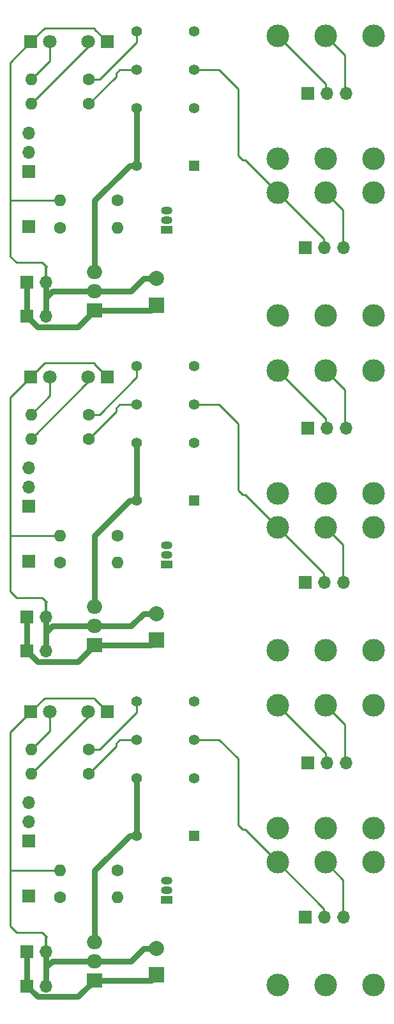
<source format=gbr>
%TF.GenerationSoftware,KiCad,Pcbnew,7.0.9*%
%TF.CreationDate,2024-06-08T14:56:11-04:00*%
%TF.ProjectId,IO-Panel,494f2d50-616e-4656-9c2e-6b696361645f,rev?*%
%TF.SameCoordinates,Original*%
%TF.FileFunction,Copper,L2,Bot*%
%TF.FilePolarity,Positive*%
%FSLAX46Y46*%
G04 Gerber Fmt 4.6, Leading zero omitted, Abs format (unit mm)*
G04 Created by KiCad (PCBNEW 7.0.9) date 2024-06-08 14:56:11*
%MOMM*%
%LPD*%
G01*
G04 APERTURE LIST*
%TA.AperFunction,ComponentPad*%
%ADD10O,1.700000X1.700000*%
%TD*%
%TA.AperFunction,ComponentPad*%
%ADD11R,1.700000X1.700000*%
%TD*%
%TA.AperFunction,ComponentPad*%
%ADD12O,1.600000X1.600000*%
%TD*%
%TA.AperFunction,ComponentPad*%
%ADD13C,1.600000*%
%TD*%
%TA.AperFunction,ComponentPad*%
%ADD14C,1.800000*%
%TD*%
%TA.AperFunction,ComponentPad*%
%ADD15R,1.800000X1.800000*%
%TD*%
%TA.AperFunction,ComponentPad*%
%ADD16C,3.000000*%
%TD*%
%TA.AperFunction,ComponentPad*%
%ADD17O,2.000000X1.905000*%
%TD*%
%TA.AperFunction,ComponentPad*%
%ADD18R,2.000000X1.905000*%
%TD*%
%TA.AperFunction,ComponentPad*%
%ADD19C,1.400000*%
%TD*%
%TA.AperFunction,ComponentPad*%
%ADD20R,1.400000X1.400000*%
%TD*%
%TA.AperFunction,ComponentPad*%
%ADD21O,1.500000X1.050000*%
%TD*%
%TA.AperFunction,ComponentPad*%
%ADD22R,1.500000X1.050000*%
%TD*%
%TA.AperFunction,ComponentPad*%
%ADD23C,2.000000*%
%TD*%
%TA.AperFunction,ComponentPad*%
%ADD24R,2.000000X2.000000*%
%TD*%
%TA.AperFunction,Conductor*%
%ADD25C,0.250000*%
%TD*%
%TA.AperFunction,Conductor*%
%ADD26C,0.750000*%
%TD*%
%TA.AperFunction,Conductor*%
%ADD27C,0.300000*%
%TD*%
G04 APERTURE END LIST*
D10*
%TO.P,Out3,3,Pin_3*%
%TO.N,Board_2-Net-(Out3-Pin_3)*%
X167517500Y-118600000D03*
%TO.P,Out3,2,Pin_2*%
%TO.N,Board_2-Net-(Out3-Pin_2)*%
X164977500Y-118600000D03*
D11*
%TO.P,Out3,1,Pin_1*%
%TO.N,Board_2-/Signal_Gnd*%
X162437500Y-118600000D03*
%TD*%
D10*
%TO.P,Out2,3,Pin_3*%
%TO.N,Board_2-Net-(Out2-Pin_3)*%
X167177500Y-139000000D03*
%TO.P,Out2,2,Pin_2*%
%TO.N,Board_2-/A*%
X164637500Y-139000000D03*
D11*
%TO.P,Out2,1,Pin_1*%
%TO.N,Board_2-/Signal_Gnd*%
X162097500Y-139000000D03*
%TD*%
D10*
%TO.P,Out3,3,Pin_3*%
%TO.N,Board_1-Net-(Out3-Pin_3)*%
X167517500Y-74300000D03*
%TO.P,Out3,2,Pin_2*%
%TO.N,Board_1-Net-(Out3-Pin_2)*%
X164977500Y-74300000D03*
D11*
%TO.P,Out3,1,Pin_1*%
%TO.N,Board_1-/Signal_Gnd*%
X162437500Y-74300000D03*
%TD*%
D10*
%TO.P,Out3,3,Pin_3*%
%TO.N,Board_0-Net-(Out3-Pin_3)*%
X167517500Y-30000000D03*
%TO.P,Out3,2,Pin_2*%
%TO.N,Board_0-Net-(Out3-Pin_2)*%
X164977500Y-30000000D03*
D11*
%TO.P,Out3,1,Pin_1*%
%TO.N,Board_0-/Signal_Gnd*%
X162437500Y-30000000D03*
%TD*%
D10*
%TO.P,Out2,3,Pin_3*%
%TO.N,Board_1-Net-(Out2-Pin_3)*%
X167177500Y-94700000D03*
%TO.P,Out2,2,Pin_2*%
%TO.N,Board_1-/A*%
X164637500Y-94700000D03*
D11*
%TO.P,Out2,1,Pin_1*%
%TO.N,Board_1-/Signal_Gnd*%
X162097500Y-94700000D03*
%TD*%
D10*
%TO.P,Out2,3,Pin_3*%
%TO.N,Board_0-Net-(Out2-Pin_3)*%
X167177500Y-50400000D03*
%TO.P,Out2,2,Pin_2*%
%TO.N,Board_0-/A*%
X164637500Y-50400000D03*
D11*
%TO.P,Out2,1,Pin_1*%
%TO.N,Board_0-/Signal_Gnd*%
X162097500Y-50400000D03*
%TD*%
D12*
%TO.P,RGate1,2*%
%TO.N,Board_0-Net-(QL1-G)*%
X137247500Y-47800000D03*
D13*
%TO.P,RGate1,1*%
%TO.N,Board_0-/Control*%
X129627500Y-47800000D03*
%TD*%
D12*
%TO.P,RLed1,2*%
%TO.N,Board_1-Net-(LEDB1-A)*%
X125827500Y-72500000D03*
D13*
%TO.P,RLed1,1*%
%TO.N,Board_1-Net-(Left/Mono1-Pad9)*%
X133447500Y-72500000D03*
%TD*%
D12*
%TO.P,RGate1,2*%
%TO.N,Board_1-Net-(QL1-G)*%
X137247500Y-92100000D03*
D13*
%TO.P,RGate1,1*%
%TO.N,Board_1-/Control*%
X129627500Y-92100000D03*
%TD*%
D10*
%TO.P,J2,2,Pin_2*%
%TO.N,Board_2-/Ctrl_GND*%
X127777500Y-148100000D03*
D11*
%TO.P,J2,1,Pin_1*%
%TO.N,Board_2-/9V*%
X125237500Y-148100000D03*
%TD*%
D10*
%TO.P,J2,2,Pin_2*%
%TO.N,Board_0-/Ctrl_GND*%
X127777500Y-59500000D03*
D11*
%TO.P,J2,1,Pin_1*%
%TO.N,Board_0-/9V*%
X125237500Y-59500000D03*
%TD*%
D14*
%TO.P,D2,2,A*%
%TO.N,Board_0-Net-(D2-A)*%
X133372500Y-23200000D03*
D15*
%TO.P,D2,1,K*%
%TO.N,Board_0-/Ctrl_GND*%
X135912500Y-23200000D03*
%TD*%
D12*
%TO.P,RLed2,2*%
%TO.N,Board_2-Net-(D2-A)*%
X125827500Y-120000000D03*
D13*
%TO.P,RLed2,1*%
%TO.N,Board_2-Net-(Left/Mono1-Pad11)*%
X133447500Y-120000000D03*
%TD*%
D16*
%TO.P,A1,R*%
%TO.N,Board_1-Net-(Out2-Pin_3)*%
X164862500Y-87435000D03*
%TO.P,A1,RN*%
%TO.N,Board_1-Net-(A1-PadRN)*%
X164862500Y-103665000D03*
%TO.P,A1,S*%
%TO.N,Board_1-/Signal_Gnd*%
X171212500Y-87435000D03*
%TO.P,A1,SN*%
%TO.N,Board_1-Net-(A1-PadRN)*%
X171212500Y-103665000D03*
%TO.P,A1,T*%
%TO.N,Board_1-/A*%
X158512500Y-87435000D03*
%TO.P,A1,TN*%
%TO.N,Board_1-Net-(A1-PadRN)*%
X158512500Y-103665000D03*
%TD*%
%TO.P,B1,TN*%
%TO.N,Board_1-Net-(B1-PadRN)*%
X158512500Y-82915000D03*
%TO.P,B1,T*%
%TO.N,Board_1-Net-(Out3-Pin_2)*%
X158512500Y-66685000D03*
%TO.P,B1,SN*%
%TO.N,Board_1-Net-(B1-PadRN)*%
X171212500Y-82915000D03*
%TO.P,B1,S*%
%TO.N,Board_1-/Signal_Gnd*%
X171212500Y-66685000D03*
%TO.P,B1,RN*%
%TO.N,Board_1-Net-(B1-PadRN)*%
X164862500Y-82915000D03*
%TO.P,B1,R*%
%TO.N,Board_1-Net-(Out3-Pin_3)*%
X164862500Y-66685000D03*
%TD*%
D17*
%TO.P,U1,3,OUT*%
%TO.N,Board_0-/5V*%
X134182500Y-53660000D03*
%TO.P,U1,2,GND*%
%TO.N,Board_0-/Ctrl_GND*%
X134182500Y-56200000D03*
D18*
%TO.P,U1,1,IN*%
%TO.N,Board_0-/9V*%
X134182500Y-58740000D03*
%TD*%
D12*
%TO.P,RLed2,2*%
%TO.N,Board_1-Net-(D2-A)*%
X125827500Y-75700000D03*
D13*
%TO.P,RLed2,1*%
%TO.N,Board_1-Net-(Left/Mono1-Pad11)*%
X133447500Y-75700000D03*
%TD*%
D14*
%TO.P,D2,2,A*%
%TO.N,Board_2-Net-(D2-A)*%
X133372500Y-111800000D03*
D15*
%TO.P,D2,1,K*%
%TO.N,Board_2-/Ctrl_GND*%
X135912500Y-111800000D03*
%TD*%
D16*
%TO.P,B1,TN*%
%TO.N,Board_2-Net-(B1-PadRN)*%
X158512500Y-127215000D03*
%TO.P,B1,T*%
%TO.N,Board_2-Net-(Out3-Pin_2)*%
X158512500Y-110985000D03*
%TO.P,B1,SN*%
%TO.N,Board_2-Net-(B1-PadRN)*%
X171212500Y-127215000D03*
%TO.P,B1,S*%
%TO.N,Board_2-/Signal_Gnd*%
X171212500Y-110985000D03*
%TO.P,B1,RN*%
%TO.N,Board_2-Net-(B1-PadRN)*%
X164862500Y-127215000D03*
%TO.P,B1,R*%
%TO.N,Board_2-Net-(Out3-Pin_3)*%
X164862500Y-110985000D03*
%TD*%
D10*
%TO.P,Out1,3,Pin_3*%
%TO.N,Board_2-/L_out*%
X125437500Y-123845000D03*
%TO.P,Out1,2,Pin_2*%
X125437500Y-126385000D03*
D11*
%TO.P,Out1,1,Pin_1*%
%TO.N,Board_2-/Signal_Gnd*%
X125437500Y-128925000D03*
%TD*%
D16*
%TO.P,B1,TN*%
%TO.N,Board_0-Net-(B1-PadRN)*%
X158512500Y-38615000D03*
%TO.P,B1,T*%
%TO.N,Board_0-Net-(Out3-Pin_2)*%
X158512500Y-22385000D03*
%TO.P,B1,SN*%
%TO.N,Board_0-Net-(B1-PadRN)*%
X171212500Y-38615000D03*
%TO.P,B1,S*%
%TO.N,Board_0-/Signal_Gnd*%
X171212500Y-22385000D03*
%TO.P,B1,RN*%
%TO.N,Board_0-Net-(B1-PadRN)*%
X164862500Y-38615000D03*
%TO.P,B1,R*%
%TO.N,Board_0-Net-(Out3-Pin_3)*%
X164862500Y-22385000D03*
%TD*%
D10*
%TO.P,J3,2,Pin_2*%
%TO.N,Board_1-/Ctrl_GND*%
X127777500Y-99300000D03*
D11*
%TO.P,J3,1,Pin_1*%
%TO.N,Board_1-/9V*%
X125237500Y-99300000D03*
%TD*%
%TO.P,J1,1,Pin_1*%
%TO.N,Board_1-/Control*%
X125437500Y-91900000D03*
%TD*%
D12*
%TO.P,RPD1,2*%
%TO.N,Board_2-/Ctrl_GND*%
X129627500Y-132800000D03*
D13*
%TO.P,RPD1,1*%
%TO.N,Board_2-Net-(QL1-G)*%
X137247500Y-132800000D03*
%TD*%
D19*
%TO.P,Left/Mono1,16*%
%TO.N,Board_1-/5V*%
X139780000Y-83907500D03*
%TO.P,Left/Mono1,13*%
X139780000Y-76287500D03*
%TO.P,Left/Mono1,11*%
%TO.N,Board_1-Net-(Left/Mono1-Pad11)*%
X139780000Y-71207500D03*
%TO.P,Left/Mono1,9*%
%TO.N,Board_1-Net-(Left/Mono1-Pad9)*%
X139780000Y-66127500D03*
%TO.P,Left/Mono1,8*%
%TO.N,Board_1-/B*%
X147400000Y-66127500D03*
%TO.P,Left/Mono1,6*%
%TO.N,Board_1-/A*%
X147400000Y-71207500D03*
%TO.P,Left/Mono1,4*%
%TO.N,Board_1-/L_out*%
X147400000Y-76287500D03*
D20*
%TO.P,Left/Mono1,1*%
%TO.N,Board_1-Net-(QL1-D)*%
X147400000Y-83907500D03*
%TD*%
D10*
%TO.P,J3,2,Pin_2*%
%TO.N,Board_2-/Ctrl_GND*%
X127777500Y-143600000D03*
D11*
%TO.P,J3,1,Pin_1*%
%TO.N,Board_2-/9V*%
X125237500Y-143600000D03*
%TD*%
D10*
%TO.P,Out1,3,Pin_3*%
%TO.N,Board_1-/L_out*%
X125437500Y-79545000D03*
%TO.P,Out1,2,Pin_2*%
X125437500Y-82085000D03*
D11*
%TO.P,Out1,1,Pin_1*%
%TO.N,Board_1-/Signal_Gnd*%
X125437500Y-84625000D03*
%TD*%
D21*
%TO.P,QL1,3,D*%
%TO.N,Board_2-Net-(QL1-D)*%
X143797500Y-134130000D03*
%TO.P,QL1,2,G*%
%TO.N,Board_2-Net-(QL1-G)*%
X143797500Y-135400000D03*
D22*
%TO.P,QL1,1,S*%
%TO.N,Board_2-/Ctrl_GND*%
X143797500Y-136670000D03*
%TD*%
D12*
%TO.P,RGate1,2*%
%TO.N,Board_2-Net-(QL1-G)*%
X137247500Y-136400000D03*
D13*
%TO.P,RGate1,1*%
%TO.N,Board_2-/Control*%
X129627500Y-136400000D03*
%TD*%
D16*
%TO.P,A1,TN*%
%TO.N,Board_0-Net-(A1-PadRN)*%
X158512500Y-59365000D03*
%TO.P,A1,T*%
%TO.N,Board_0-/A*%
X158512500Y-43135000D03*
%TO.P,A1,SN*%
%TO.N,Board_0-Net-(A1-PadRN)*%
X171212500Y-59365000D03*
%TO.P,A1,S*%
%TO.N,Board_0-/Signal_Gnd*%
X171212500Y-43135000D03*
%TO.P,A1,RN*%
%TO.N,Board_0-Net-(A1-PadRN)*%
X164862500Y-59365000D03*
%TO.P,A1,R*%
%TO.N,Board_0-Net-(Out2-Pin_3)*%
X164862500Y-43135000D03*
%TD*%
D17*
%TO.P,U1,3,OUT*%
%TO.N,Board_2-/5V*%
X134182500Y-142260000D03*
%TO.P,U1,2,GND*%
%TO.N,Board_2-/Ctrl_GND*%
X134182500Y-144800000D03*
D18*
%TO.P,U1,1,IN*%
%TO.N,Board_2-/9V*%
X134182500Y-147340000D03*
%TD*%
D12*
%TO.P,RPD1,2*%
%TO.N,Board_0-/Ctrl_GND*%
X129627500Y-44200000D03*
D13*
%TO.P,RPD1,1*%
%TO.N,Board_0-Net-(QL1-G)*%
X137247500Y-44200000D03*
%TD*%
D17*
%TO.P,U1,3,OUT*%
%TO.N,Board_1-/5V*%
X134182500Y-97960000D03*
%TO.P,U1,2,GND*%
%TO.N,Board_1-/Ctrl_GND*%
X134182500Y-100500000D03*
D18*
%TO.P,U1,1,IN*%
%TO.N,Board_1-/9V*%
X134182500Y-103040000D03*
%TD*%
D12*
%TO.P,RLed2,2*%
%TO.N,Board_0-Net-(D2-A)*%
X125827500Y-31400000D03*
D13*
%TO.P,RLed2,1*%
%TO.N,Board_0-Net-(Left/Mono1-Pad11)*%
X133447500Y-31400000D03*
%TD*%
D21*
%TO.P,QL1,3,D*%
%TO.N,Board_1-Net-(QL1-D)*%
X143797500Y-89830000D03*
%TO.P,QL1,2,G*%
%TO.N,Board_1-Net-(QL1-G)*%
X143797500Y-91100000D03*
D22*
%TO.P,QL1,1,S*%
%TO.N,Board_1-/Ctrl_GND*%
X143797500Y-92370000D03*
%TD*%
D23*
%TO.P,C1,2*%
%TO.N,Board_1-/Ctrl_GND*%
X142437500Y-98817677D03*
D24*
%TO.P,C1,1*%
%TO.N,Board_1-/9V*%
X142437500Y-102317677D03*
%TD*%
D10*
%TO.P,J3,2,Pin_2*%
%TO.N,Board_0-/Ctrl_GND*%
X127777500Y-55000000D03*
D11*
%TO.P,J3,1,Pin_1*%
%TO.N,Board_0-/9V*%
X125237500Y-55000000D03*
%TD*%
D10*
%TO.P,J2,2,Pin_2*%
%TO.N,Board_1-/Ctrl_GND*%
X127777500Y-103800000D03*
D11*
%TO.P,J2,1,Pin_1*%
%TO.N,Board_1-/9V*%
X125237500Y-103800000D03*
%TD*%
%TO.P,J1,1,Pin_1*%
%TO.N,Board_0-/Control*%
X125437500Y-47600000D03*
%TD*%
D12*
%TO.P,RLed1,2*%
%TO.N,Board_0-Net-(LEDB1-A)*%
X125827500Y-28200000D03*
D13*
%TO.P,RLed1,1*%
%TO.N,Board_0-Net-(Left/Mono1-Pad9)*%
X133447500Y-28200000D03*
%TD*%
D14*
%TO.P,LEDB1,2,A*%
%TO.N,Board_0-Net-(LEDB1-A)*%
X128302500Y-23200000D03*
D15*
%TO.P,LEDB1,1,K*%
%TO.N,Board_0-/Ctrl_GND*%
X125762500Y-23200000D03*
%TD*%
D16*
%TO.P,A1,TN*%
%TO.N,Board_2-Net-(A1-PadRN)*%
X158512500Y-147965000D03*
%TO.P,A1,T*%
%TO.N,Board_2-/A*%
X158512500Y-131735000D03*
%TO.P,A1,SN*%
%TO.N,Board_2-Net-(A1-PadRN)*%
X171212500Y-147965000D03*
%TO.P,A1,S*%
%TO.N,Board_2-/Signal_Gnd*%
X171212500Y-131735000D03*
%TO.P,A1,RN*%
%TO.N,Board_2-Net-(A1-PadRN)*%
X164862500Y-147965000D03*
%TO.P,A1,R*%
%TO.N,Board_2-Net-(Out2-Pin_3)*%
X164862500Y-131735000D03*
%TD*%
D10*
%TO.P,Out1,3,Pin_3*%
%TO.N,Board_0-/L_out*%
X125437500Y-35245000D03*
%TO.P,Out1,2,Pin_2*%
X125437500Y-37785000D03*
D11*
%TO.P,Out1,1,Pin_1*%
%TO.N,Board_0-/Signal_Gnd*%
X125437500Y-40325000D03*
%TD*%
D14*
%TO.P,D2,2,A*%
%TO.N,Board_1-Net-(D2-A)*%
X133372500Y-67500000D03*
D15*
%TO.P,D2,1,K*%
%TO.N,Board_1-/Ctrl_GND*%
X135912500Y-67500000D03*
%TD*%
D23*
%TO.P,C1,2*%
%TO.N,Board_2-/Ctrl_GND*%
X142437500Y-143117677D03*
D24*
%TO.P,C1,1*%
%TO.N,Board_2-/9V*%
X142437500Y-146617677D03*
%TD*%
D11*
%TO.P,J1,1,Pin_1*%
%TO.N,Board_2-/Control*%
X125437500Y-136200000D03*
%TD*%
D21*
%TO.P,QL1,3,D*%
%TO.N,Board_0-Net-(QL1-D)*%
X143797500Y-45530000D03*
%TO.P,QL1,2,G*%
%TO.N,Board_0-Net-(QL1-G)*%
X143797500Y-46800000D03*
D22*
%TO.P,QL1,1,S*%
%TO.N,Board_0-/Ctrl_GND*%
X143797500Y-48070000D03*
%TD*%
D14*
%TO.P,LEDB1,2,A*%
%TO.N,Board_2-Net-(LEDB1-A)*%
X128302500Y-111800000D03*
D15*
%TO.P,LEDB1,1,K*%
%TO.N,Board_2-/Ctrl_GND*%
X125762500Y-111800000D03*
%TD*%
D19*
%TO.P,Left/Mono1,16*%
%TO.N,Board_0-/5V*%
X139780000Y-39607500D03*
%TO.P,Left/Mono1,13*%
X139780000Y-31987500D03*
%TO.P,Left/Mono1,11*%
%TO.N,Board_0-Net-(Left/Mono1-Pad11)*%
X139780000Y-26907500D03*
%TO.P,Left/Mono1,9*%
%TO.N,Board_0-Net-(Left/Mono1-Pad9)*%
X139780000Y-21827500D03*
%TO.P,Left/Mono1,8*%
%TO.N,Board_0-/B*%
X147400000Y-21827500D03*
%TO.P,Left/Mono1,6*%
%TO.N,Board_0-/A*%
X147400000Y-26907500D03*
%TO.P,Left/Mono1,4*%
%TO.N,Board_0-/L_out*%
X147400000Y-31987500D03*
D20*
%TO.P,Left/Mono1,1*%
%TO.N,Board_0-Net-(QL1-D)*%
X147400000Y-39607500D03*
%TD*%
D23*
%TO.P,C1,2*%
%TO.N,Board_0-/Ctrl_GND*%
X142437500Y-54517677D03*
D24*
%TO.P,C1,1*%
%TO.N,Board_0-/9V*%
X142437500Y-58017677D03*
%TD*%
D12*
%TO.P,RLed1,2*%
%TO.N,Board_2-Net-(LEDB1-A)*%
X125827500Y-116800000D03*
D13*
%TO.P,RLed1,1*%
%TO.N,Board_2-Net-(Left/Mono1-Pad9)*%
X133447500Y-116800000D03*
%TD*%
D12*
%TO.P,RPD1,2*%
%TO.N,Board_1-/Ctrl_GND*%
X129627500Y-88500000D03*
D13*
%TO.P,RPD1,1*%
%TO.N,Board_1-Net-(QL1-G)*%
X137247500Y-88500000D03*
%TD*%
D19*
%TO.P,Left/Mono1,16*%
%TO.N,Board_2-/5V*%
X139780000Y-128207500D03*
%TO.P,Left/Mono1,13*%
X139780000Y-120587500D03*
%TO.P,Left/Mono1,11*%
%TO.N,Board_2-Net-(Left/Mono1-Pad11)*%
X139780000Y-115507500D03*
%TO.P,Left/Mono1,9*%
%TO.N,Board_2-Net-(Left/Mono1-Pad9)*%
X139780000Y-110427500D03*
%TO.P,Left/Mono1,8*%
%TO.N,Board_2-/B*%
X147400000Y-110427500D03*
%TO.P,Left/Mono1,6*%
%TO.N,Board_2-/A*%
X147400000Y-115507500D03*
%TO.P,Left/Mono1,4*%
%TO.N,Board_2-/L_out*%
X147400000Y-120587500D03*
D20*
%TO.P,Left/Mono1,1*%
%TO.N,Board_2-Net-(QL1-D)*%
X147400000Y-128207500D03*
%TD*%
D14*
%TO.P,LEDB1,2,A*%
%TO.N,Board_1-Net-(LEDB1-A)*%
X128302500Y-67500000D03*
D15*
%TO.P,LEDB1,1,K*%
%TO.N,Board_1-/Ctrl_GND*%
X125762500Y-67500000D03*
%TD*%
D25*
%TO.N,Board_2-Net-(Out3-Pin_3)*%
X164862500Y-110985000D02*
X167377500Y-113500000D01*
X167377500Y-113500000D02*
X167377500Y-118800000D01*
%TO.N,Board_2-Net-(Out3-Pin_2)*%
X158512500Y-110985000D02*
X164837500Y-117310000D01*
X164837500Y-117310000D02*
X164837500Y-118800000D01*
%TO.N,Board_2-Net-(Out2-Pin_3)*%
X164862500Y-131735000D02*
X167162500Y-134035000D01*
X167162500Y-134035000D02*
X167162500Y-139600000D01*
%TO.N,Board_2-Net-(Left/Mono1-Pad9)*%
X134837500Y-116800000D02*
X139780000Y-111857500D01*
X139780000Y-111857500D02*
X139780000Y-110427500D01*
X133447500Y-116800000D02*
X134837500Y-116800000D01*
%TO.N,Board_2-Net-(Left/Mono1-Pad11)*%
X133447500Y-120000000D02*
X137037500Y-116410000D01*
X137530000Y-115507500D02*
X139780000Y-115507500D01*
X137037500Y-116000000D02*
X137530000Y-115507500D01*
X137037500Y-116410000D02*
X137037500Y-116000000D01*
%TO.N,Board_2-Net-(LEDB1-A)*%
X128302500Y-111800000D02*
X128302500Y-114325000D01*
X128302500Y-114325000D02*
X125827500Y-116800000D01*
%TO.N,Board_2-Net-(D2-A)*%
X125827500Y-120000000D02*
X133372500Y-112455000D01*
X133372500Y-112455000D02*
X133372500Y-111800000D01*
D26*
%TO.N,Board_2-/Ctrl_GND*%
X127777500Y-143600000D02*
X127777500Y-145600000D01*
D25*
X123037500Y-114525000D02*
X123037500Y-132800000D01*
D27*
X127777500Y-143600000D02*
X127777500Y-141660000D01*
D25*
X129627500Y-132800000D02*
X123037500Y-132800000D01*
X123037500Y-132800000D02*
X123037500Y-140200000D01*
X124837500Y-141000000D02*
X127237500Y-141000000D01*
D26*
X134182500Y-144800000D02*
X128577500Y-144800000D01*
D25*
X125762500Y-111800000D02*
X123037500Y-114525000D01*
X123837500Y-141000000D02*
X124837500Y-141000000D01*
D26*
X134182500Y-144800000D02*
X139037500Y-144800000D01*
D25*
X134237500Y-110000000D02*
X127562500Y-110000000D01*
X134237500Y-110125000D02*
X134237500Y-110000000D01*
X127562500Y-110000000D02*
X125762500Y-111800000D01*
X123037500Y-140200000D02*
X123837500Y-141000000D01*
D26*
X140719823Y-143117677D02*
X142437500Y-143117677D01*
X139037500Y-144800000D02*
X140719823Y-143117677D01*
D27*
X127777500Y-141660000D02*
X127837500Y-141600000D01*
D25*
X135912500Y-111800000D02*
X134237500Y-110125000D01*
X127237500Y-141000000D02*
X127837500Y-141600000D01*
D26*
X127777500Y-145600000D02*
X127777500Y-148100000D01*
X128577500Y-144800000D02*
X127777500Y-145600000D01*
D25*
%TO.N,Board_2-/A*%
X153237500Y-126800000D02*
X153837500Y-127400000D01*
X153837500Y-127400000D02*
X154177500Y-127400000D01*
X150745000Y-115507500D02*
X153237500Y-118000000D01*
X164622500Y-137845000D02*
X164622500Y-139600000D01*
X154177500Y-127400000D02*
X158512500Y-131735000D01*
X147400000Y-115507500D02*
X150745000Y-115507500D01*
X158512500Y-131735000D02*
X164622500Y-137845000D01*
X153237500Y-118000000D02*
X153237500Y-126800000D01*
D26*
%TO.N,Board_2-/9V*%
X125237500Y-143600000D02*
X125237500Y-148100000D01*
X126662500Y-149525000D02*
X131997500Y-149525000D01*
X131997500Y-149525000D02*
X134182500Y-147340000D01*
X141715177Y-147340000D02*
X142437500Y-146617677D01*
X134182500Y-147340000D02*
X141715177Y-147340000D01*
X125237500Y-148100000D02*
X126662500Y-149525000D01*
%TO.N,Board_2-/5V*%
X134237500Y-132800000D02*
X138830000Y-128207500D01*
X134182500Y-142260000D02*
X134182500Y-134255000D01*
X134182500Y-134255000D02*
X134237500Y-134200000D01*
X138830000Y-128207500D02*
X139780000Y-128207500D01*
X134237500Y-134200000D02*
X134237500Y-132800000D01*
X139780000Y-128207500D02*
X139780000Y-120587500D01*
D25*
%TO.N,Board_1-Net-(Out3-Pin_3)*%
X167377500Y-69200000D02*
X167377500Y-74500000D01*
X164862500Y-66685000D02*
X167377500Y-69200000D01*
%TO.N,Board_1-Net-(Out3-Pin_2)*%
X158512500Y-66685000D02*
X164837500Y-73010000D01*
X164837500Y-73010000D02*
X164837500Y-74500000D01*
%TO.N,Board_1-Net-(Out2-Pin_3)*%
X164862500Y-87435000D02*
X167162500Y-89735000D01*
X167162500Y-89735000D02*
X167162500Y-95300000D01*
%TO.N,Board_1-Net-(Left/Mono1-Pad9)*%
X133447500Y-72500000D02*
X134837500Y-72500000D01*
X139780000Y-67557500D02*
X139780000Y-66127500D01*
X134837500Y-72500000D02*
X139780000Y-67557500D01*
%TO.N,Board_1-Net-(Left/Mono1-Pad11)*%
X137037500Y-71700000D02*
X137530000Y-71207500D01*
X133447500Y-75700000D02*
X137037500Y-72110000D01*
X137037500Y-72110000D02*
X137037500Y-71700000D01*
X137530000Y-71207500D02*
X139780000Y-71207500D01*
%TO.N,Board_1-Net-(LEDB1-A)*%
X128302500Y-70025000D02*
X125827500Y-72500000D01*
X128302500Y-67500000D02*
X128302500Y-70025000D01*
%TO.N,Board_1-Net-(D2-A)*%
X133372500Y-68155000D02*
X133372500Y-67500000D01*
X125827500Y-75700000D02*
X133372500Y-68155000D01*
D27*
%TO.N,Board_1-/Ctrl_GND*%
X127777500Y-97360000D02*
X127837500Y-97300000D01*
D26*
X128577500Y-100500000D02*
X127777500Y-101300000D01*
D25*
X135912500Y-67500000D02*
X134237500Y-65825000D01*
D26*
X134182500Y-100500000D02*
X139037500Y-100500000D01*
D25*
X123837500Y-96700000D02*
X124837500Y-96700000D01*
X129627500Y-88500000D02*
X123037500Y-88500000D01*
X127562500Y-65700000D02*
X125762500Y-67500000D01*
X123037500Y-70225000D02*
X123037500Y-88500000D01*
D26*
X127777500Y-99300000D02*
X127777500Y-101300000D01*
X140719823Y-98817677D02*
X142437500Y-98817677D01*
X127777500Y-101300000D02*
X127777500Y-103800000D01*
D25*
X134237500Y-65825000D02*
X134237500Y-65700000D01*
D26*
X134182500Y-100500000D02*
X128577500Y-100500000D01*
D25*
X123037500Y-88500000D02*
X123037500Y-95900000D01*
D27*
X127777500Y-99300000D02*
X127777500Y-97360000D01*
D25*
X124837500Y-96700000D02*
X127237500Y-96700000D01*
X123037500Y-95900000D02*
X123837500Y-96700000D01*
X127237500Y-96700000D02*
X127837500Y-97300000D01*
X125762500Y-67500000D02*
X123037500Y-70225000D01*
X134237500Y-65700000D02*
X127562500Y-65700000D01*
D26*
X139037500Y-100500000D02*
X140719823Y-98817677D01*
D25*
%TO.N,Board_1-/A*%
X154177500Y-83100000D02*
X158512500Y-87435000D01*
X153237500Y-73700000D02*
X153237500Y-82500000D01*
X150745000Y-71207500D02*
X153237500Y-73700000D01*
X153837500Y-83100000D02*
X154177500Y-83100000D01*
X158512500Y-87435000D02*
X164622500Y-93545000D01*
X147400000Y-71207500D02*
X150745000Y-71207500D01*
X153237500Y-82500000D02*
X153837500Y-83100000D01*
X164622500Y-93545000D02*
X164622500Y-95300000D01*
D26*
%TO.N,Board_1-/9V*%
X125237500Y-99300000D02*
X125237500Y-103800000D01*
X131997500Y-105225000D02*
X134182500Y-103040000D01*
X126662500Y-105225000D02*
X131997500Y-105225000D01*
X125237500Y-103800000D02*
X126662500Y-105225000D01*
X134182500Y-103040000D02*
X141715177Y-103040000D01*
X141715177Y-103040000D02*
X142437500Y-102317677D01*
%TO.N,Board_1-/5V*%
X139780000Y-83907500D02*
X139780000Y-76287500D01*
X138830000Y-83907500D02*
X139780000Y-83907500D01*
X134237500Y-88500000D02*
X138830000Y-83907500D01*
X134182500Y-89955000D02*
X134237500Y-89900000D01*
X134182500Y-97960000D02*
X134182500Y-89955000D01*
X134237500Y-89900000D02*
X134237500Y-88500000D01*
D25*
%TO.N,Board_0-Net-(Out3-Pin_3)*%
X164862500Y-22385000D02*
X167377500Y-24900000D01*
X167377500Y-24900000D02*
X167377500Y-30200000D01*
%TO.N,Board_0-Net-(Out3-Pin_2)*%
X158512500Y-22385000D02*
X164837500Y-28710000D01*
X164837500Y-28710000D02*
X164837500Y-30200000D01*
%TO.N,Board_0-Net-(Out2-Pin_3)*%
X167162500Y-45435000D02*
X167162500Y-51000000D01*
X164862500Y-43135000D02*
X167162500Y-45435000D01*
%TO.N,Board_0-Net-(Left/Mono1-Pad9)*%
X133447500Y-28200000D02*
X134837500Y-28200000D01*
X134837500Y-28200000D02*
X139780000Y-23257500D01*
X139780000Y-23257500D02*
X139780000Y-21827500D01*
%TO.N,Board_0-Net-(Left/Mono1-Pad11)*%
X133447500Y-31400000D02*
X137037500Y-27810000D01*
X137530000Y-26907500D02*
X139780000Y-26907500D01*
X137037500Y-27810000D02*
X137037500Y-27400000D01*
X137037500Y-27400000D02*
X137530000Y-26907500D01*
%TO.N,Board_0-Net-(LEDB1-A)*%
X128302500Y-25725000D02*
X125827500Y-28200000D01*
X128302500Y-23200000D02*
X128302500Y-25725000D01*
%TO.N,Board_0-Net-(D2-A)*%
X133372500Y-23855000D02*
X133372500Y-23200000D01*
X125827500Y-31400000D02*
X133372500Y-23855000D01*
D26*
%TO.N,Board_0-/Ctrl_GND*%
X127777500Y-55000000D02*
X127777500Y-57000000D01*
D25*
X125762500Y-23200000D02*
X123037500Y-25925000D01*
X134237500Y-21400000D02*
X127562500Y-21400000D01*
X127562500Y-21400000D02*
X125762500Y-23200000D01*
X129627500Y-44200000D02*
X123037500Y-44200000D01*
D26*
X140719823Y-54517677D02*
X142437500Y-54517677D01*
D25*
X123037500Y-25925000D02*
X123037500Y-44200000D01*
D26*
X134182500Y-56200000D02*
X139037500Y-56200000D01*
D27*
X127777500Y-55000000D02*
X127777500Y-53060000D01*
D26*
X127777500Y-57000000D02*
X127777500Y-59500000D01*
D25*
X123837500Y-52400000D02*
X124837500Y-52400000D01*
X135912500Y-23200000D02*
X134237500Y-21525000D01*
X124837500Y-52400000D02*
X127237500Y-52400000D01*
D26*
X134182500Y-56200000D02*
X128577500Y-56200000D01*
D25*
X127237500Y-52400000D02*
X127837500Y-53000000D01*
X134237500Y-21525000D02*
X134237500Y-21400000D01*
X123037500Y-51600000D02*
X123837500Y-52400000D01*
D27*
X127777500Y-53060000D02*
X127837500Y-53000000D01*
D26*
X128577500Y-56200000D02*
X127777500Y-57000000D01*
D25*
X123037500Y-44200000D02*
X123037500Y-51600000D01*
D26*
X139037500Y-56200000D02*
X140719823Y-54517677D01*
D25*
%TO.N,Board_0-/A*%
X147400000Y-26907500D02*
X150745000Y-26907500D01*
X164622500Y-49245000D02*
X164622500Y-51000000D01*
X158512500Y-43135000D02*
X164622500Y-49245000D01*
X154177500Y-38800000D02*
X158512500Y-43135000D01*
X153837500Y-38800000D02*
X154177500Y-38800000D01*
X153237500Y-38200000D02*
X153837500Y-38800000D01*
X153237500Y-29400000D02*
X153237500Y-38200000D01*
X150745000Y-26907500D02*
X153237500Y-29400000D01*
D26*
%TO.N,Board_0-/9V*%
X125237500Y-59500000D02*
X126662500Y-60925000D01*
X141715177Y-58740000D02*
X142437500Y-58017677D01*
X131997500Y-60925000D02*
X134182500Y-58740000D01*
X125237500Y-55000000D02*
X125237500Y-59500000D01*
X134182500Y-58740000D02*
X141715177Y-58740000D01*
X126662500Y-60925000D02*
X131997500Y-60925000D01*
%TO.N,Board_0-/5V*%
X139780000Y-39607500D02*
X139780000Y-31987500D01*
X138830000Y-39607500D02*
X139780000Y-39607500D01*
X134237500Y-44200000D02*
X138830000Y-39607500D01*
X134237500Y-45600000D02*
X134237500Y-44200000D01*
X134182500Y-45655000D02*
X134237500Y-45600000D01*
X134182500Y-53660000D02*
X134182500Y-45655000D01*
%TD*%
M02*

</source>
